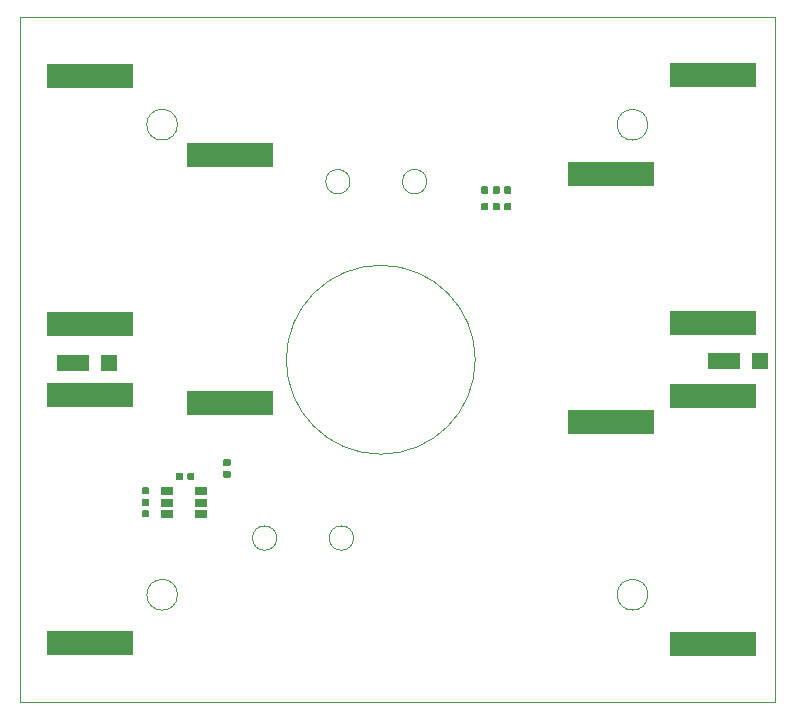
<source format=gbr>
%TF.GenerationSoftware,KiCad,Pcbnew,(5.1.5)-3*%
%TF.CreationDate,2020-08-29T16:56:36-07:00*%
%TF.ProjectId,ypanel,7970616e-656c-42e6-9b69-6361645f7063,rev?*%
%TF.SameCoordinates,Original*%
%TF.FileFunction,Paste,Top*%
%TF.FilePolarity,Positive*%
%FSLAX46Y46*%
G04 Gerber Fmt 4.6, Leading zero omitted, Abs format (unit mm)*
G04 Created by KiCad (PCBNEW (5.1.5)-3) date 2020-08-29 16:56:36*
%MOMM*%
%LPD*%
G04 APERTURE LIST*
%ADD10C,0.100000*%
%ADD11C,0.050000*%
%ADD12R,1.400000X1.400000*%
%ADD13R,2.700000X1.400000*%
%ADD14R,7.400000X2.000000*%
%ADD15R,1.000000X0.700000*%
G04 APERTURE END LIST*
D10*
X151587000Y-99000001D02*
G75*
G03X151587000Y-99000001I-8000000J0D01*
G01*
X134779564Y-114100000D02*
G75*
G03X134779564Y-114100000I-1029564J0D01*
G01*
X141279564Y-114100000D02*
G75*
G03X141279564Y-114100000I-1029564J0D01*
G01*
X126375000Y-118900000D02*
G75*
G03X126375000Y-118900000I-1300000J0D01*
G01*
X140979564Y-83920436D02*
G75*
G03X140979564Y-83920436I-1029564J0D01*
G01*
X147479564Y-83920436D02*
G75*
G03X147479564Y-83920436I-1029564J0D01*
G01*
X176975000Y-70000000D02*
X176975000Y-128000000D01*
X166200000Y-118900000D02*
G75*
G03X166200000Y-118900000I-1300000J0D01*
G01*
D11*
X126372800Y-79100000D02*
G75*
G03X126372800Y-79100000I-1300000J0D01*
G01*
D10*
X166195000Y-79102480D02*
G75*
G03X166195000Y-79102480I-1300000J0D01*
G01*
X176975000Y-70000000D02*
X113000000Y-70000000D01*
X113000000Y-128000000D02*
X176975000Y-128000000D01*
X113000000Y-70000000D02*
X113000000Y-128000000D01*
D12*
X120595000Y-99250500D03*
D13*
X117545000Y-99250500D03*
D12*
X175713000Y-99123500D03*
D13*
X172663000Y-99123500D03*
D14*
X163098480Y-83250000D03*
X163098480Y-104250000D03*
D15*
X128354600Y-110148700D03*
X128354600Y-111098700D03*
X128354600Y-112048700D03*
X125454600Y-112048700D03*
X125454600Y-111098700D03*
X125454600Y-110148700D03*
D14*
X119000000Y-75000000D03*
X119000000Y-96000000D03*
X171742100Y-102063000D03*
X171742100Y-123063000D03*
X130850000Y-81650000D03*
X130850000Y-102650000D03*
X119000000Y-123000000D03*
X119000000Y-102000000D03*
X171686220Y-74890080D03*
X171686220Y-95890080D03*
D10*
G36*
X130736958Y-108394710D02*
G01*
X130751276Y-108396834D01*
X130765317Y-108400351D01*
X130778946Y-108405228D01*
X130792031Y-108411417D01*
X130804447Y-108418858D01*
X130816073Y-108427481D01*
X130826798Y-108437202D01*
X130836519Y-108447927D01*
X130845142Y-108459553D01*
X130852583Y-108471969D01*
X130858772Y-108485054D01*
X130863649Y-108498683D01*
X130867166Y-108512724D01*
X130869290Y-108527042D01*
X130870000Y-108541500D01*
X130870000Y-108836500D01*
X130869290Y-108850958D01*
X130867166Y-108865276D01*
X130863649Y-108879317D01*
X130858772Y-108892946D01*
X130852583Y-108906031D01*
X130845142Y-108918447D01*
X130836519Y-108930073D01*
X130826798Y-108940798D01*
X130816073Y-108950519D01*
X130804447Y-108959142D01*
X130792031Y-108966583D01*
X130778946Y-108972772D01*
X130765317Y-108977649D01*
X130751276Y-108981166D01*
X130736958Y-108983290D01*
X130722500Y-108984000D01*
X130377500Y-108984000D01*
X130363042Y-108983290D01*
X130348724Y-108981166D01*
X130334683Y-108977649D01*
X130321054Y-108972772D01*
X130307969Y-108966583D01*
X130295553Y-108959142D01*
X130283927Y-108950519D01*
X130273202Y-108940798D01*
X130263481Y-108930073D01*
X130254858Y-108918447D01*
X130247417Y-108906031D01*
X130241228Y-108892946D01*
X130236351Y-108879317D01*
X130232834Y-108865276D01*
X130230710Y-108850958D01*
X130230000Y-108836500D01*
X130230000Y-108541500D01*
X130230710Y-108527042D01*
X130232834Y-108512724D01*
X130236351Y-108498683D01*
X130241228Y-108485054D01*
X130247417Y-108471969D01*
X130254858Y-108459553D01*
X130263481Y-108447927D01*
X130273202Y-108437202D01*
X130283927Y-108427481D01*
X130295553Y-108418858D01*
X130307969Y-108411417D01*
X130321054Y-108405228D01*
X130334683Y-108400351D01*
X130348724Y-108396834D01*
X130363042Y-108394710D01*
X130377500Y-108394000D01*
X130722500Y-108394000D01*
X130736958Y-108394710D01*
G37*
G36*
X130736958Y-107424710D02*
G01*
X130751276Y-107426834D01*
X130765317Y-107430351D01*
X130778946Y-107435228D01*
X130792031Y-107441417D01*
X130804447Y-107448858D01*
X130816073Y-107457481D01*
X130826798Y-107467202D01*
X130836519Y-107477927D01*
X130845142Y-107489553D01*
X130852583Y-107501969D01*
X130858772Y-107515054D01*
X130863649Y-107528683D01*
X130867166Y-107542724D01*
X130869290Y-107557042D01*
X130870000Y-107571500D01*
X130870000Y-107866500D01*
X130869290Y-107880958D01*
X130867166Y-107895276D01*
X130863649Y-107909317D01*
X130858772Y-107922946D01*
X130852583Y-107936031D01*
X130845142Y-107948447D01*
X130836519Y-107960073D01*
X130826798Y-107970798D01*
X130816073Y-107980519D01*
X130804447Y-107989142D01*
X130792031Y-107996583D01*
X130778946Y-108002772D01*
X130765317Y-108007649D01*
X130751276Y-108011166D01*
X130736958Y-108013290D01*
X130722500Y-108014000D01*
X130377500Y-108014000D01*
X130363042Y-108013290D01*
X130348724Y-108011166D01*
X130334683Y-108007649D01*
X130321054Y-108002772D01*
X130307969Y-107996583D01*
X130295553Y-107989142D01*
X130283927Y-107980519D01*
X130273202Y-107970798D01*
X130263481Y-107960073D01*
X130254858Y-107948447D01*
X130247417Y-107936031D01*
X130241228Y-107922946D01*
X130236351Y-107909317D01*
X130232834Y-107895276D01*
X130230710Y-107880958D01*
X130230000Y-107866500D01*
X130230000Y-107571500D01*
X130230710Y-107557042D01*
X130232834Y-107542724D01*
X130236351Y-107528683D01*
X130241228Y-107515054D01*
X130247417Y-107501969D01*
X130254858Y-107489553D01*
X130263481Y-107477927D01*
X130273202Y-107467202D01*
X130283927Y-107457481D01*
X130295553Y-107448858D01*
X130307969Y-107441417D01*
X130321054Y-107435228D01*
X130334683Y-107430351D01*
X130348724Y-107426834D01*
X130363042Y-107424710D01*
X130377500Y-107424000D01*
X130722500Y-107424000D01*
X130736958Y-107424710D01*
G37*
G36*
X126708558Y-108556910D02*
G01*
X126722876Y-108559034D01*
X126736917Y-108562551D01*
X126750546Y-108567428D01*
X126763631Y-108573617D01*
X126776047Y-108581058D01*
X126787673Y-108589681D01*
X126798398Y-108599402D01*
X126808119Y-108610127D01*
X126816742Y-108621753D01*
X126824183Y-108634169D01*
X126830372Y-108647254D01*
X126835249Y-108660883D01*
X126838766Y-108674924D01*
X126840890Y-108689242D01*
X126841600Y-108703700D01*
X126841600Y-109048700D01*
X126840890Y-109063158D01*
X126838766Y-109077476D01*
X126835249Y-109091517D01*
X126830372Y-109105146D01*
X126824183Y-109118231D01*
X126816742Y-109130647D01*
X126808119Y-109142273D01*
X126798398Y-109152998D01*
X126787673Y-109162719D01*
X126776047Y-109171342D01*
X126763631Y-109178783D01*
X126750546Y-109184972D01*
X126736917Y-109189849D01*
X126722876Y-109193366D01*
X126708558Y-109195490D01*
X126694100Y-109196200D01*
X126399100Y-109196200D01*
X126384642Y-109195490D01*
X126370324Y-109193366D01*
X126356283Y-109189849D01*
X126342654Y-109184972D01*
X126329569Y-109178783D01*
X126317153Y-109171342D01*
X126305527Y-109162719D01*
X126294802Y-109152998D01*
X126285081Y-109142273D01*
X126276458Y-109130647D01*
X126269017Y-109118231D01*
X126262828Y-109105146D01*
X126257951Y-109091517D01*
X126254434Y-109077476D01*
X126252310Y-109063158D01*
X126251600Y-109048700D01*
X126251600Y-108703700D01*
X126252310Y-108689242D01*
X126254434Y-108674924D01*
X126257951Y-108660883D01*
X126262828Y-108647254D01*
X126269017Y-108634169D01*
X126276458Y-108621753D01*
X126285081Y-108610127D01*
X126294802Y-108599402D01*
X126305527Y-108589681D01*
X126317153Y-108581058D01*
X126329569Y-108573617D01*
X126342654Y-108567428D01*
X126356283Y-108562551D01*
X126370324Y-108559034D01*
X126384642Y-108556910D01*
X126399100Y-108556200D01*
X126694100Y-108556200D01*
X126708558Y-108556910D01*
G37*
G36*
X127678558Y-108556910D02*
G01*
X127692876Y-108559034D01*
X127706917Y-108562551D01*
X127720546Y-108567428D01*
X127733631Y-108573617D01*
X127746047Y-108581058D01*
X127757673Y-108589681D01*
X127768398Y-108599402D01*
X127778119Y-108610127D01*
X127786742Y-108621753D01*
X127794183Y-108634169D01*
X127800372Y-108647254D01*
X127805249Y-108660883D01*
X127808766Y-108674924D01*
X127810890Y-108689242D01*
X127811600Y-108703700D01*
X127811600Y-109048700D01*
X127810890Y-109063158D01*
X127808766Y-109077476D01*
X127805249Y-109091517D01*
X127800372Y-109105146D01*
X127794183Y-109118231D01*
X127786742Y-109130647D01*
X127778119Y-109142273D01*
X127768398Y-109152998D01*
X127757673Y-109162719D01*
X127746047Y-109171342D01*
X127733631Y-109178783D01*
X127720546Y-109184972D01*
X127706917Y-109189849D01*
X127692876Y-109193366D01*
X127678558Y-109195490D01*
X127664100Y-109196200D01*
X127369100Y-109196200D01*
X127354642Y-109195490D01*
X127340324Y-109193366D01*
X127326283Y-109189849D01*
X127312654Y-109184972D01*
X127299569Y-109178783D01*
X127287153Y-109171342D01*
X127275527Y-109162719D01*
X127264802Y-109152998D01*
X127255081Y-109142273D01*
X127246458Y-109130647D01*
X127239017Y-109118231D01*
X127232828Y-109105146D01*
X127227951Y-109091517D01*
X127224434Y-109077476D01*
X127222310Y-109063158D01*
X127221600Y-109048700D01*
X127221600Y-108703700D01*
X127222310Y-108689242D01*
X127224434Y-108674924D01*
X127227951Y-108660883D01*
X127232828Y-108647254D01*
X127239017Y-108634169D01*
X127246458Y-108621753D01*
X127255081Y-108610127D01*
X127264802Y-108599402D01*
X127275527Y-108589681D01*
X127287153Y-108581058D01*
X127299569Y-108573617D01*
X127312654Y-108567428D01*
X127326283Y-108562551D01*
X127340324Y-108559034D01*
X127354642Y-108556910D01*
X127369100Y-108556200D01*
X127664100Y-108556200D01*
X127678558Y-108556910D01*
G37*
G36*
X153523958Y-84314310D02*
G01*
X153538276Y-84316434D01*
X153552317Y-84319951D01*
X153565946Y-84324828D01*
X153579031Y-84331017D01*
X153591447Y-84338458D01*
X153603073Y-84347081D01*
X153613798Y-84356802D01*
X153623519Y-84367527D01*
X153632142Y-84379153D01*
X153639583Y-84391569D01*
X153645772Y-84404654D01*
X153650649Y-84418283D01*
X153654166Y-84432324D01*
X153656290Y-84446642D01*
X153657000Y-84461100D01*
X153657000Y-84806100D01*
X153656290Y-84820558D01*
X153654166Y-84834876D01*
X153650649Y-84848917D01*
X153645772Y-84862546D01*
X153639583Y-84875631D01*
X153632142Y-84888047D01*
X153623519Y-84899673D01*
X153613798Y-84910398D01*
X153603073Y-84920119D01*
X153591447Y-84928742D01*
X153579031Y-84936183D01*
X153565946Y-84942372D01*
X153552317Y-84947249D01*
X153538276Y-84950766D01*
X153523958Y-84952890D01*
X153509500Y-84953600D01*
X153214500Y-84953600D01*
X153200042Y-84952890D01*
X153185724Y-84950766D01*
X153171683Y-84947249D01*
X153158054Y-84942372D01*
X153144969Y-84936183D01*
X153132553Y-84928742D01*
X153120927Y-84920119D01*
X153110202Y-84910398D01*
X153100481Y-84899673D01*
X153091858Y-84888047D01*
X153084417Y-84875631D01*
X153078228Y-84862546D01*
X153073351Y-84848917D01*
X153069834Y-84834876D01*
X153067710Y-84820558D01*
X153067000Y-84806100D01*
X153067000Y-84461100D01*
X153067710Y-84446642D01*
X153069834Y-84432324D01*
X153073351Y-84418283D01*
X153078228Y-84404654D01*
X153084417Y-84391569D01*
X153091858Y-84379153D01*
X153100481Y-84367527D01*
X153110202Y-84356802D01*
X153120927Y-84347081D01*
X153132553Y-84338458D01*
X153144969Y-84331017D01*
X153158054Y-84324828D01*
X153171683Y-84319951D01*
X153185724Y-84316434D01*
X153200042Y-84314310D01*
X153214500Y-84313600D01*
X153509500Y-84313600D01*
X153523958Y-84314310D01*
G37*
G36*
X154493958Y-84314310D02*
G01*
X154508276Y-84316434D01*
X154522317Y-84319951D01*
X154535946Y-84324828D01*
X154549031Y-84331017D01*
X154561447Y-84338458D01*
X154573073Y-84347081D01*
X154583798Y-84356802D01*
X154593519Y-84367527D01*
X154602142Y-84379153D01*
X154609583Y-84391569D01*
X154615772Y-84404654D01*
X154620649Y-84418283D01*
X154624166Y-84432324D01*
X154626290Y-84446642D01*
X154627000Y-84461100D01*
X154627000Y-84806100D01*
X154626290Y-84820558D01*
X154624166Y-84834876D01*
X154620649Y-84848917D01*
X154615772Y-84862546D01*
X154609583Y-84875631D01*
X154602142Y-84888047D01*
X154593519Y-84899673D01*
X154583798Y-84910398D01*
X154573073Y-84920119D01*
X154561447Y-84928742D01*
X154549031Y-84936183D01*
X154535946Y-84942372D01*
X154522317Y-84947249D01*
X154508276Y-84950766D01*
X154493958Y-84952890D01*
X154479500Y-84953600D01*
X154184500Y-84953600D01*
X154170042Y-84952890D01*
X154155724Y-84950766D01*
X154141683Y-84947249D01*
X154128054Y-84942372D01*
X154114969Y-84936183D01*
X154102553Y-84928742D01*
X154090927Y-84920119D01*
X154080202Y-84910398D01*
X154070481Y-84899673D01*
X154061858Y-84888047D01*
X154054417Y-84875631D01*
X154048228Y-84862546D01*
X154043351Y-84848917D01*
X154039834Y-84834876D01*
X154037710Y-84820558D01*
X154037000Y-84806100D01*
X154037000Y-84461100D01*
X154037710Y-84446642D01*
X154039834Y-84432324D01*
X154043351Y-84418283D01*
X154048228Y-84404654D01*
X154054417Y-84391569D01*
X154061858Y-84379153D01*
X154070481Y-84367527D01*
X154080202Y-84356802D01*
X154090927Y-84347081D01*
X154102553Y-84338458D01*
X154114969Y-84331017D01*
X154128054Y-84324828D01*
X154141683Y-84319951D01*
X154155724Y-84316434D01*
X154170042Y-84314310D01*
X154184500Y-84313600D01*
X154479500Y-84313600D01*
X154493958Y-84314310D01*
G37*
G36*
X152553678Y-84314310D02*
G01*
X152567996Y-84316434D01*
X152582037Y-84319951D01*
X152595666Y-84324828D01*
X152608751Y-84331017D01*
X152621167Y-84338458D01*
X152632793Y-84347081D01*
X152643518Y-84356802D01*
X152653239Y-84367527D01*
X152661862Y-84379153D01*
X152669303Y-84391569D01*
X152675492Y-84404654D01*
X152680369Y-84418283D01*
X152683886Y-84432324D01*
X152686010Y-84446642D01*
X152686720Y-84461100D01*
X152686720Y-84806100D01*
X152686010Y-84820558D01*
X152683886Y-84834876D01*
X152680369Y-84848917D01*
X152675492Y-84862546D01*
X152669303Y-84875631D01*
X152661862Y-84888047D01*
X152653239Y-84899673D01*
X152643518Y-84910398D01*
X152632793Y-84920119D01*
X152621167Y-84928742D01*
X152608751Y-84936183D01*
X152595666Y-84942372D01*
X152582037Y-84947249D01*
X152567996Y-84950766D01*
X152553678Y-84952890D01*
X152539220Y-84953600D01*
X152244220Y-84953600D01*
X152229762Y-84952890D01*
X152215444Y-84950766D01*
X152201403Y-84947249D01*
X152187774Y-84942372D01*
X152174689Y-84936183D01*
X152162273Y-84928742D01*
X152150647Y-84920119D01*
X152139922Y-84910398D01*
X152130201Y-84899673D01*
X152121578Y-84888047D01*
X152114137Y-84875631D01*
X152107948Y-84862546D01*
X152103071Y-84848917D01*
X152099554Y-84834876D01*
X152097430Y-84820558D01*
X152096720Y-84806100D01*
X152096720Y-84461100D01*
X152097430Y-84446642D01*
X152099554Y-84432324D01*
X152103071Y-84418283D01*
X152107948Y-84404654D01*
X152114137Y-84391569D01*
X152121578Y-84379153D01*
X152130201Y-84367527D01*
X152139922Y-84356802D01*
X152150647Y-84347081D01*
X152162273Y-84338458D01*
X152174689Y-84331017D01*
X152187774Y-84324828D01*
X152201403Y-84319951D01*
X152215444Y-84316434D01*
X152229762Y-84314310D01*
X152244220Y-84313600D01*
X152539220Y-84313600D01*
X152553678Y-84314310D01*
G37*
G36*
X153523678Y-84314310D02*
G01*
X153537996Y-84316434D01*
X153552037Y-84319951D01*
X153565666Y-84324828D01*
X153578751Y-84331017D01*
X153591167Y-84338458D01*
X153602793Y-84347081D01*
X153613518Y-84356802D01*
X153623239Y-84367527D01*
X153631862Y-84379153D01*
X153639303Y-84391569D01*
X153645492Y-84404654D01*
X153650369Y-84418283D01*
X153653886Y-84432324D01*
X153656010Y-84446642D01*
X153656720Y-84461100D01*
X153656720Y-84806100D01*
X153656010Y-84820558D01*
X153653886Y-84834876D01*
X153650369Y-84848917D01*
X153645492Y-84862546D01*
X153639303Y-84875631D01*
X153631862Y-84888047D01*
X153623239Y-84899673D01*
X153613518Y-84910398D01*
X153602793Y-84920119D01*
X153591167Y-84928742D01*
X153578751Y-84936183D01*
X153565666Y-84942372D01*
X153552037Y-84947249D01*
X153537996Y-84950766D01*
X153523678Y-84952890D01*
X153509220Y-84953600D01*
X153214220Y-84953600D01*
X153199762Y-84952890D01*
X153185444Y-84950766D01*
X153171403Y-84947249D01*
X153157774Y-84942372D01*
X153144689Y-84936183D01*
X153132273Y-84928742D01*
X153120647Y-84920119D01*
X153109922Y-84910398D01*
X153100201Y-84899673D01*
X153091578Y-84888047D01*
X153084137Y-84875631D01*
X153077948Y-84862546D01*
X153073071Y-84848917D01*
X153069554Y-84834876D01*
X153067430Y-84820558D01*
X153066720Y-84806100D01*
X153066720Y-84461100D01*
X153067430Y-84446642D01*
X153069554Y-84432324D01*
X153073071Y-84418283D01*
X153077948Y-84404654D01*
X153084137Y-84391569D01*
X153091578Y-84379153D01*
X153100201Y-84367527D01*
X153109922Y-84356802D01*
X153120647Y-84347081D01*
X153132273Y-84338458D01*
X153144689Y-84331017D01*
X153157774Y-84324828D01*
X153171403Y-84319951D01*
X153185444Y-84316434D01*
X153199762Y-84314310D01*
X153214220Y-84313600D01*
X153509220Y-84313600D01*
X153523678Y-84314310D01*
G37*
G36*
X153523958Y-85711310D02*
G01*
X153538276Y-85713434D01*
X153552317Y-85716951D01*
X153565946Y-85721828D01*
X153579031Y-85728017D01*
X153591447Y-85735458D01*
X153603073Y-85744081D01*
X153613798Y-85753802D01*
X153623519Y-85764527D01*
X153632142Y-85776153D01*
X153639583Y-85788569D01*
X153645772Y-85801654D01*
X153650649Y-85815283D01*
X153654166Y-85829324D01*
X153656290Y-85843642D01*
X153657000Y-85858100D01*
X153657000Y-86203100D01*
X153656290Y-86217558D01*
X153654166Y-86231876D01*
X153650649Y-86245917D01*
X153645772Y-86259546D01*
X153639583Y-86272631D01*
X153632142Y-86285047D01*
X153623519Y-86296673D01*
X153613798Y-86307398D01*
X153603073Y-86317119D01*
X153591447Y-86325742D01*
X153579031Y-86333183D01*
X153565946Y-86339372D01*
X153552317Y-86344249D01*
X153538276Y-86347766D01*
X153523958Y-86349890D01*
X153509500Y-86350600D01*
X153214500Y-86350600D01*
X153200042Y-86349890D01*
X153185724Y-86347766D01*
X153171683Y-86344249D01*
X153158054Y-86339372D01*
X153144969Y-86333183D01*
X153132553Y-86325742D01*
X153120927Y-86317119D01*
X153110202Y-86307398D01*
X153100481Y-86296673D01*
X153091858Y-86285047D01*
X153084417Y-86272631D01*
X153078228Y-86259546D01*
X153073351Y-86245917D01*
X153069834Y-86231876D01*
X153067710Y-86217558D01*
X153067000Y-86203100D01*
X153067000Y-85858100D01*
X153067710Y-85843642D01*
X153069834Y-85829324D01*
X153073351Y-85815283D01*
X153078228Y-85801654D01*
X153084417Y-85788569D01*
X153091858Y-85776153D01*
X153100481Y-85764527D01*
X153110202Y-85753802D01*
X153120927Y-85744081D01*
X153132553Y-85735458D01*
X153144969Y-85728017D01*
X153158054Y-85721828D01*
X153171683Y-85716951D01*
X153185724Y-85713434D01*
X153200042Y-85711310D01*
X153214500Y-85710600D01*
X153509500Y-85710600D01*
X153523958Y-85711310D01*
G37*
G36*
X154493958Y-85711310D02*
G01*
X154508276Y-85713434D01*
X154522317Y-85716951D01*
X154535946Y-85721828D01*
X154549031Y-85728017D01*
X154561447Y-85735458D01*
X154573073Y-85744081D01*
X154583798Y-85753802D01*
X154593519Y-85764527D01*
X154602142Y-85776153D01*
X154609583Y-85788569D01*
X154615772Y-85801654D01*
X154620649Y-85815283D01*
X154624166Y-85829324D01*
X154626290Y-85843642D01*
X154627000Y-85858100D01*
X154627000Y-86203100D01*
X154626290Y-86217558D01*
X154624166Y-86231876D01*
X154620649Y-86245917D01*
X154615772Y-86259546D01*
X154609583Y-86272631D01*
X154602142Y-86285047D01*
X154593519Y-86296673D01*
X154583798Y-86307398D01*
X154573073Y-86317119D01*
X154561447Y-86325742D01*
X154549031Y-86333183D01*
X154535946Y-86339372D01*
X154522317Y-86344249D01*
X154508276Y-86347766D01*
X154493958Y-86349890D01*
X154479500Y-86350600D01*
X154184500Y-86350600D01*
X154170042Y-86349890D01*
X154155724Y-86347766D01*
X154141683Y-86344249D01*
X154128054Y-86339372D01*
X154114969Y-86333183D01*
X154102553Y-86325742D01*
X154090927Y-86317119D01*
X154080202Y-86307398D01*
X154070481Y-86296673D01*
X154061858Y-86285047D01*
X154054417Y-86272631D01*
X154048228Y-86259546D01*
X154043351Y-86245917D01*
X154039834Y-86231876D01*
X154037710Y-86217558D01*
X154037000Y-86203100D01*
X154037000Y-85858100D01*
X154037710Y-85843642D01*
X154039834Y-85829324D01*
X154043351Y-85815283D01*
X154048228Y-85801654D01*
X154054417Y-85788569D01*
X154061858Y-85776153D01*
X154070481Y-85764527D01*
X154080202Y-85753802D01*
X154090927Y-85744081D01*
X154102553Y-85735458D01*
X154114969Y-85728017D01*
X154128054Y-85721828D01*
X154141683Y-85716951D01*
X154155724Y-85713434D01*
X154170042Y-85711310D01*
X154184500Y-85710600D01*
X154479500Y-85710600D01*
X154493958Y-85711310D01*
G37*
G36*
X152553678Y-85711310D02*
G01*
X152567996Y-85713434D01*
X152582037Y-85716951D01*
X152595666Y-85721828D01*
X152608751Y-85728017D01*
X152621167Y-85735458D01*
X152632793Y-85744081D01*
X152643518Y-85753802D01*
X152653239Y-85764527D01*
X152661862Y-85776153D01*
X152669303Y-85788569D01*
X152675492Y-85801654D01*
X152680369Y-85815283D01*
X152683886Y-85829324D01*
X152686010Y-85843642D01*
X152686720Y-85858100D01*
X152686720Y-86203100D01*
X152686010Y-86217558D01*
X152683886Y-86231876D01*
X152680369Y-86245917D01*
X152675492Y-86259546D01*
X152669303Y-86272631D01*
X152661862Y-86285047D01*
X152653239Y-86296673D01*
X152643518Y-86307398D01*
X152632793Y-86317119D01*
X152621167Y-86325742D01*
X152608751Y-86333183D01*
X152595666Y-86339372D01*
X152582037Y-86344249D01*
X152567996Y-86347766D01*
X152553678Y-86349890D01*
X152539220Y-86350600D01*
X152244220Y-86350600D01*
X152229762Y-86349890D01*
X152215444Y-86347766D01*
X152201403Y-86344249D01*
X152187774Y-86339372D01*
X152174689Y-86333183D01*
X152162273Y-86325742D01*
X152150647Y-86317119D01*
X152139922Y-86307398D01*
X152130201Y-86296673D01*
X152121578Y-86285047D01*
X152114137Y-86272631D01*
X152107948Y-86259546D01*
X152103071Y-86245917D01*
X152099554Y-86231876D01*
X152097430Y-86217558D01*
X152096720Y-86203100D01*
X152096720Y-85858100D01*
X152097430Y-85843642D01*
X152099554Y-85829324D01*
X152103071Y-85815283D01*
X152107948Y-85801654D01*
X152114137Y-85788569D01*
X152121578Y-85776153D01*
X152130201Y-85764527D01*
X152139922Y-85753802D01*
X152150647Y-85744081D01*
X152162273Y-85735458D01*
X152174689Y-85728017D01*
X152187774Y-85721828D01*
X152201403Y-85716951D01*
X152215444Y-85713434D01*
X152229762Y-85711310D01*
X152244220Y-85710600D01*
X152539220Y-85710600D01*
X152553678Y-85711310D01*
G37*
G36*
X153523678Y-85711310D02*
G01*
X153537996Y-85713434D01*
X153552037Y-85716951D01*
X153565666Y-85721828D01*
X153578751Y-85728017D01*
X153591167Y-85735458D01*
X153602793Y-85744081D01*
X153613518Y-85753802D01*
X153623239Y-85764527D01*
X153631862Y-85776153D01*
X153639303Y-85788569D01*
X153645492Y-85801654D01*
X153650369Y-85815283D01*
X153653886Y-85829324D01*
X153656010Y-85843642D01*
X153656720Y-85858100D01*
X153656720Y-86203100D01*
X153656010Y-86217558D01*
X153653886Y-86231876D01*
X153650369Y-86245917D01*
X153645492Y-86259546D01*
X153639303Y-86272631D01*
X153631862Y-86285047D01*
X153623239Y-86296673D01*
X153613518Y-86307398D01*
X153602793Y-86317119D01*
X153591167Y-86325742D01*
X153578751Y-86333183D01*
X153565666Y-86339372D01*
X153552037Y-86344249D01*
X153537996Y-86347766D01*
X153523678Y-86349890D01*
X153509220Y-86350600D01*
X153214220Y-86350600D01*
X153199762Y-86349890D01*
X153185444Y-86347766D01*
X153171403Y-86344249D01*
X153157774Y-86339372D01*
X153144689Y-86333183D01*
X153132273Y-86325742D01*
X153120647Y-86317119D01*
X153109922Y-86307398D01*
X153100201Y-86296673D01*
X153091578Y-86285047D01*
X153084137Y-86272631D01*
X153077948Y-86259546D01*
X153073071Y-86245917D01*
X153069554Y-86231876D01*
X153067430Y-86217558D01*
X153066720Y-86203100D01*
X153066720Y-85858100D01*
X153067430Y-85843642D01*
X153069554Y-85829324D01*
X153073071Y-85815283D01*
X153077948Y-85801654D01*
X153084137Y-85788569D01*
X153091578Y-85776153D01*
X153100201Y-85764527D01*
X153109922Y-85753802D01*
X153120647Y-85744081D01*
X153132273Y-85735458D01*
X153144689Y-85728017D01*
X153157774Y-85721828D01*
X153171403Y-85716951D01*
X153185444Y-85713434D01*
X153199762Y-85711310D01*
X153214220Y-85710600D01*
X153509220Y-85710600D01*
X153523678Y-85711310D01*
G37*
G36*
X123853058Y-110786910D02*
G01*
X123867376Y-110789034D01*
X123881417Y-110792551D01*
X123895046Y-110797428D01*
X123908131Y-110803617D01*
X123920547Y-110811058D01*
X123932173Y-110819681D01*
X123942898Y-110829402D01*
X123952619Y-110840127D01*
X123961242Y-110851753D01*
X123968683Y-110864169D01*
X123974872Y-110877254D01*
X123979749Y-110890883D01*
X123983266Y-110904924D01*
X123985390Y-110919242D01*
X123986100Y-110933700D01*
X123986100Y-111228700D01*
X123985390Y-111243158D01*
X123983266Y-111257476D01*
X123979749Y-111271517D01*
X123974872Y-111285146D01*
X123968683Y-111298231D01*
X123961242Y-111310647D01*
X123952619Y-111322273D01*
X123942898Y-111332998D01*
X123932173Y-111342719D01*
X123920547Y-111351342D01*
X123908131Y-111358783D01*
X123895046Y-111364972D01*
X123881417Y-111369849D01*
X123867376Y-111373366D01*
X123853058Y-111375490D01*
X123838600Y-111376200D01*
X123493600Y-111376200D01*
X123479142Y-111375490D01*
X123464824Y-111373366D01*
X123450783Y-111369849D01*
X123437154Y-111364972D01*
X123424069Y-111358783D01*
X123411653Y-111351342D01*
X123400027Y-111342719D01*
X123389302Y-111332998D01*
X123379581Y-111322273D01*
X123370958Y-111310647D01*
X123363517Y-111298231D01*
X123357328Y-111285146D01*
X123352451Y-111271517D01*
X123348934Y-111257476D01*
X123346810Y-111243158D01*
X123346100Y-111228700D01*
X123346100Y-110933700D01*
X123346810Y-110919242D01*
X123348934Y-110904924D01*
X123352451Y-110890883D01*
X123357328Y-110877254D01*
X123363517Y-110864169D01*
X123370958Y-110851753D01*
X123379581Y-110840127D01*
X123389302Y-110829402D01*
X123400027Y-110819681D01*
X123411653Y-110811058D01*
X123424069Y-110803617D01*
X123437154Y-110797428D01*
X123450783Y-110792551D01*
X123464824Y-110789034D01*
X123479142Y-110786910D01*
X123493600Y-110786200D01*
X123838600Y-110786200D01*
X123853058Y-110786910D01*
G37*
G36*
X123853058Y-111756910D02*
G01*
X123867376Y-111759034D01*
X123881417Y-111762551D01*
X123895046Y-111767428D01*
X123908131Y-111773617D01*
X123920547Y-111781058D01*
X123932173Y-111789681D01*
X123942898Y-111799402D01*
X123952619Y-111810127D01*
X123961242Y-111821753D01*
X123968683Y-111834169D01*
X123974872Y-111847254D01*
X123979749Y-111860883D01*
X123983266Y-111874924D01*
X123985390Y-111889242D01*
X123986100Y-111903700D01*
X123986100Y-112198700D01*
X123985390Y-112213158D01*
X123983266Y-112227476D01*
X123979749Y-112241517D01*
X123974872Y-112255146D01*
X123968683Y-112268231D01*
X123961242Y-112280647D01*
X123952619Y-112292273D01*
X123942898Y-112302998D01*
X123932173Y-112312719D01*
X123920547Y-112321342D01*
X123908131Y-112328783D01*
X123895046Y-112334972D01*
X123881417Y-112339849D01*
X123867376Y-112343366D01*
X123853058Y-112345490D01*
X123838600Y-112346200D01*
X123493600Y-112346200D01*
X123479142Y-112345490D01*
X123464824Y-112343366D01*
X123450783Y-112339849D01*
X123437154Y-112334972D01*
X123424069Y-112328783D01*
X123411653Y-112321342D01*
X123400027Y-112312719D01*
X123389302Y-112302998D01*
X123379581Y-112292273D01*
X123370958Y-112280647D01*
X123363517Y-112268231D01*
X123357328Y-112255146D01*
X123352451Y-112241517D01*
X123348934Y-112227476D01*
X123346810Y-112213158D01*
X123346100Y-112198700D01*
X123346100Y-111903700D01*
X123346810Y-111889242D01*
X123348934Y-111874924D01*
X123352451Y-111860883D01*
X123357328Y-111847254D01*
X123363517Y-111834169D01*
X123370958Y-111821753D01*
X123379581Y-111810127D01*
X123389302Y-111799402D01*
X123400027Y-111789681D01*
X123411653Y-111781058D01*
X123424069Y-111773617D01*
X123437154Y-111767428D01*
X123450783Y-111762551D01*
X123464824Y-111759034D01*
X123479142Y-111756910D01*
X123493600Y-111756200D01*
X123838600Y-111756200D01*
X123853058Y-111756910D01*
G37*
G36*
X123853058Y-109811410D02*
G01*
X123867376Y-109813534D01*
X123881417Y-109817051D01*
X123895046Y-109821928D01*
X123908131Y-109828117D01*
X123920547Y-109835558D01*
X123932173Y-109844181D01*
X123942898Y-109853902D01*
X123952619Y-109864627D01*
X123961242Y-109876253D01*
X123968683Y-109888669D01*
X123974872Y-109901754D01*
X123979749Y-109915383D01*
X123983266Y-109929424D01*
X123985390Y-109943742D01*
X123986100Y-109958200D01*
X123986100Y-110253200D01*
X123985390Y-110267658D01*
X123983266Y-110281976D01*
X123979749Y-110296017D01*
X123974872Y-110309646D01*
X123968683Y-110322731D01*
X123961242Y-110335147D01*
X123952619Y-110346773D01*
X123942898Y-110357498D01*
X123932173Y-110367219D01*
X123920547Y-110375842D01*
X123908131Y-110383283D01*
X123895046Y-110389472D01*
X123881417Y-110394349D01*
X123867376Y-110397866D01*
X123853058Y-110399990D01*
X123838600Y-110400700D01*
X123493600Y-110400700D01*
X123479142Y-110399990D01*
X123464824Y-110397866D01*
X123450783Y-110394349D01*
X123437154Y-110389472D01*
X123424069Y-110383283D01*
X123411653Y-110375842D01*
X123400027Y-110367219D01*
X123389302Y-110357498D01*
X123379581Y-110346773D01*
X123370958Y-110335147D01*
X123363517Y-110322731D01*
X123357328Y-110309646D01*
X123352451Y-110296017D01*
X123348934Y-110281976D01*
X123346810Y-110267658D01*
X123346100Y-110253200D01*
X123346100Y-109958200D01*
X123346810Y-109943742D01*
X123348934Y-109929424D01*
X123352451Y-109915383D01*
X123357328Y-109901754D01*
X123363517Y-109888669D01*
X123370958Y-109876253D01*
X123379581Y-109864627D01*
X123389302Y-109853902D01*
X123400027Y-109844181D01*
X123411653Y-109835558D01*
X123424069Y-109828117D01*
X123437154Y-109821928D01*
X123450783Y-109817051D01*
X123464824Y-109813534D01*
X123479142Y-109811410D01*
X123493600Y-109810700D01*
X123838600Y-109810700D01*
X123853058Y-109811410D01*
G37*
G36*
X123853058Y-110781410D02*
G01*
X123867376Y-110783534D01*
X123881417Y-110787051D01*
X123895046Y-110791928D01*
X123908131Y-110798117D01*
X123920547Y-110805558D01*
X123932173Y-110814181D01*
X123942898Y-110823902D01*
X123952619Y-110834627D01*
X123961242Y-110846253D01*
X123968683Y-110858669D01*
X123974872Y-110871754D01*
X123979749Y-110885383D01*
X123983266Y-110899424D01*
X123985390Y-110913742D01*
X123986100Y-110928200D01*
X123986100Y-111223200D01*
X123985390Y-111237658D01*
X123983266Y-111251976D01*
X123979749Y-111266017D01*
X123974872Y-111279646D01*
X123968683Y-111292731D01*
X123961242Y-111305147D01*
X123952619Y-111316773D01*
X123942898Y-111327498D01*
X123932173Y-111337219D01*
X123920547Y-111345842D01*
X123908131Y-111353283D01*
X123895046Y-111359472D01*
X123881417Y-111364349D01*
X123867376Y-111367866D01*
X123853058Y-111369990D01*
X123838600Y-111370700D01*
X123493600Y-111370700D01*
X123479142Y-111369990D01*
X123464824Y-111367866D01*
X123450783Y-111364349D01*
X123437154Y-111359472D01*
X123424069Y-111353283D01*
X123411653Y-111345842D01*
X123400027Y-111337219D01*
X123389302Y-111327498D01*
X123379581Y-111316773D01*
X123370958Y-111305147D01*
X123363517Y-111292731D01*
X123357328Y-111279646D01*
X123352451Y-111266017D01*
X123348934Y-111251976D01*
X123346810Y-111237658D01*
X123346100Y-111223200D01*
X123346100Y-110928200D01*
X123346810Y-110913742D01*
X123348934Y-110899424D01*
X123352451Y-110885383D01*
X123357328Y-110871754D01*
X123363517Y-110858669D01*
X123370958Y-110846253D01*
X123379581Y-110834627D01*
X123389302Y-110823902D01*
X123400027Y-110814181D01*
X123411653Y-110805558D01*
X123424069Y-110798117D01*
X123437154Y-110791928D01*
X123450783Y-110787051D01*
X123464824Y-110783534D01*
X123479142Y-110781410D01*
X123493600Y-110780700D01*
X123838600Y-110780700D01*
X123853058Y-110781410D01*
G37*
M02*

</source>
